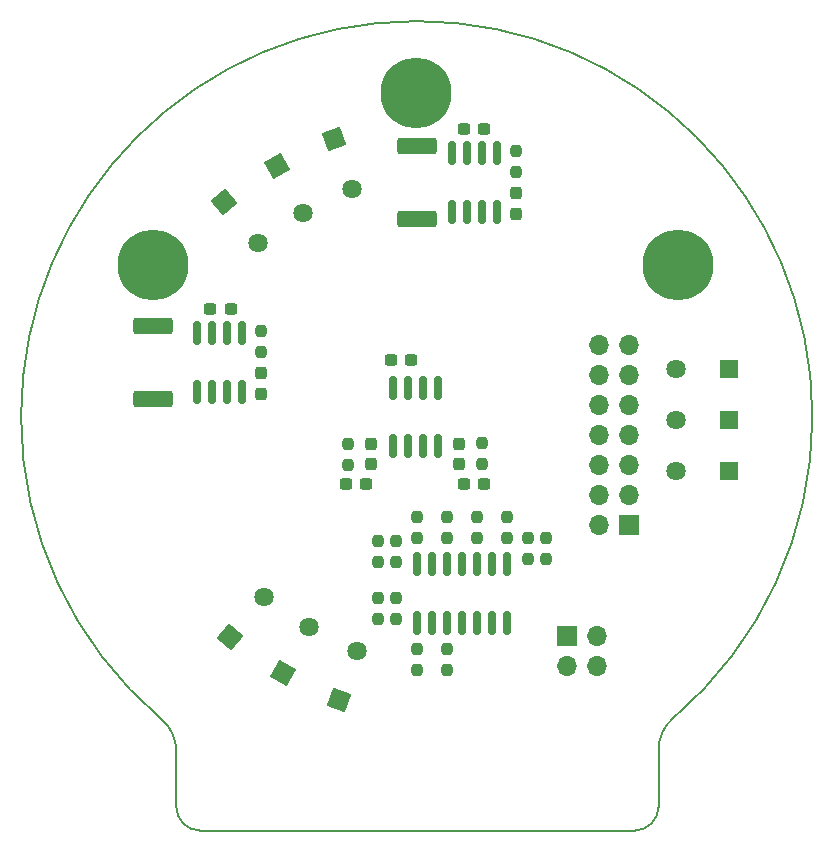
<source format=gbr>
%TF.GenerationSoftware,KiCad,Pcbnew,7.0.6*%
%TF.CreationDate,2024-03-18T21:18:52+03:00*%
%TF.ProjectId,_____ ________,1f3b3042-3020-4343-9042-47383a3e322e,rev?*%
%TF.SameCoordinates,Original*%
%TF.FileFunction,Soldermask,Top*%
%TF.FilePolarity,Negative*%
%FSLAX46Y46*%
G04 Gerber Fmt 4.6, Leading zero omitted, Abs format (unit mm)*
G04 Created by KiCad (PCBNEW 7.0.6) date 2024-03-18 21:18:52*
%MOMM*%
%LPD*%
G01*
G04 APERTURE LIST*
G04 Aperture macros list*
%AMRoundRect*
0 Rectangle with rounded corners*
0 $1 Rounding radius*
0 $2 $3 $4 $5 $6 $7 $8 $9 X,Y pos of 4 corners*
0 Add a 4 corners polygon primitive as box body*
4,1,4,$2,$3,$4,$5,$6,$7,$8,$9,$2,$3,0*
0 Add four circle primitives for the rounded corners*
1,1,$1+$1,$2,$3*
1,1,$1+$1,$4,$5*
1,1,$1+$1,$6,$7*
1,1,$1+$1,$8,$9*
0 Add four rect primitives between the rounded corners*
20,1,$1+$1,$2,$3,$4,$5,0*
20,1,$1+$1,$4,$5,$6,$7,0*
20,1,$1+$1,$6,$7,$8,$9,0*
20,1,$1+$1,$8,$9,$2,$3,0*%
%AMRotRect*
0 Rectangle, with rotation*
0 The origin of the aperture is its center*
0 $1 length*
0 $2 width*
0 $3 Rotation angle, in degrees counterclockwise*
0 Add horizontal line*
21,1,$1,$2,0,0,$3*%
G04 Aperture macros list end*
%ADD10RoundRect,0.249999X-1.425001X0.450001X-1.425001X-0.450001X1.425001X-0.450001X1.425001X0.450001X0*%
%ADD11RoundRect,0.237500X0.237500X-0.250000X0.237500X0.250000X-0.237500X0.250000X-0.237500X-0.250000X0*%
%ADD12RotRect,1.635000X1.635000X290.000000*%
%ADD13C,1.635000*%
%ADD14RoundRect,0.237500X0.237500X-0.300000X0.237500X0.300000X-0.237500X0.300000X-0.237500X-0.300000X0*%
%ADD15RoundRect,0.237500X0.300000X0.237500X-0.300000X0.237500X-0.300000X-0.237500X0.300000X-0.237500X0*%
%ADD16C,6.000000*%
%ADD17RoundRect,0.237500X-0.300000X-0.237500X0.300000X-0.237500X0.300000X0.237500X-0.300000X0.237500X0*%
%ADD18RoundRect,0.237500X-0.237500X0.250000X-0.237500X-0.250000X0.237500X-0.250000X0.237500X0.250000X0*%
%ADD19RoundRect,0.150000X0.150000X-0.825000X0.150000X0.825000X-0.150000X0.825000X-0.150000X-0.825000X0*%
%ADD20RoundRect,0.237500X-0.237500X0.300000X-0.237500X-0.300000X0.237500X-0.300000X0.237500X0.300000X0*%
%ADD21RotRect,1.635000X1.635000X70.000000*%
%ADD22RotRect,1.635000X1.635000X300.000000*%
%ADD23R,1.635000X1.635000*%
%ADD24RotRect,1.635000X1.635000X60.000000*%
%ADD25RoundRect,0.150000X-0.150000X0.825000X-0.150000X-0.825000X0.150000X-0.825000X0.150000X0.825000X0*%
%ADD26RotRect,1.635000X1.635000X50.000000*%
%ADD27R,1.700000X1.700000*%
%ADD28O,1.700000X1.700000*%
%ADD29RotRect,1.635000X1.635000X310.000000*%
%TA.AperFunction,Profile*%
%ADD30C,0.200000*%
%TD*%
G04 APERTURE END LIST*
D10*
%TO.C,R5*%
X151892000Y-60450000D03*
X151892000Y-66550000D03*
%TD*%
D11*
%TO.C,R17*%
X148590000Y-100480500D03*
X148590000Y-98655500D03*
%TD*%
D12*
%TO.C,J13*%
X144872270Y-59835673D03*
D13*
X146411361Y-64064290D03*
%TD*%
D14*
%TO.C,C4*%
X155448000Y-87323000D03*
X155448000Y-85598000D03*
%TD*%
D15*
%TO.C,C8*%
X136091000Y-74168000D03*
X134366000Y-74168000D03*
%TD*%
D16*
%TO.C,J2*%
X151765000Y-55880000D03*
%TD*%
D17*
%TO.C,C1*%
X145822500Y-89050500D03*
X147547500Y-89050500D03*
%TD*%
D18*
%TO.C,R12*%
X151892000Y-91797500D03*
X151892000Y-93622500D03*
%TD*%
%TO.C,R10*%
X159512000Y-91797500D03*
X159512000Y-93622500D03*
%TD*%
D11*
%TO.C,R8*%
X138684000Y-77874500D03*
X138684000Y-76049500D03*
%TD*%
D16*
%TO.C,J3*%
X129540000Y-70485000D03*
%TD*%
D19*
%TO.C,U2*%
X154813000Y-65975000D03*
X156083000Y-65975000D03*
X157353000Y-65975000D03*
X158623000Y-65975000D03*
X158623000Y-61025000D03*
X157353000Y-61025000D03*
X156083000Y-61025000D03*
X154813000Y-61025000D03*
%TD*%
D18*
%TO.C,R16*%
X148590000Y-93829500D03*
X148590000Y-95654500D03*
%TD*%
%TO.C,R20*%
X150114000Y-98655500D03*
X150114000Y-100480500D03*
%TD*%
%TO.C,R11*%
X154432000Y-91797500D03*
X154432000Y-93622500D03*
%TD*%
D20*
%TO.C,C7*%
X160274000Y-64415500D03*
X160274000Y-66140500D03*
%TD*%
D18*
%TO.C,R18*%
X162814000Y-93575500D03*
X162814000Y-95400500D03*
%TD*%
D20*
%TO.C,C3*%
X147955000Y-85648000D03*
X147955000Y-87373000D03*
%TD*%
D21*
%TO.C,J7*%
X145272909Y-107352617D03*
D13*
X146812000Y-103124000D03*
%TD*%
D22*
%TO.C,J12*%
X139990000Y-62142886D03*
D13*
X142240000Y-66040000D03*
%TD*%
D11*
%TO.C,R19*%
X161290000Y-95400500D03*
X161290000Y-93575500D03*
%TD*%
D19*
%TO.C,U3*%
X133223000Y-81215000D03*
X134493000Y-81215000D03*
X135763000Y-81215000D03*
X137033000Y-81215000D03*
X137033000Y-76265000D03*
X135763000Y-76265000D03*
X134493000Y-76265000D03*
X133223000Y-76265000D03*
%TD*%
D23*
%TO.C,J6*%
X178272000Y-79248000D03*
D13*
X173772000Y-79248000D03*
%TD*%
D11*
%TO.C,R2*%
X157353000Y-87373000D03*
X157353000Y-85548000D03*
%TD*%
D16*
%TO.C,J1*%
X173990000Y-70485000D03*
%TD*%
D24*
%TO.C,J10*%
X140498000Y-104989114D03*
D13*
X142748000Y-101092000D03*
%TD*%
D23*
%TO.C,J5*%
X178272000Y-83566000D03*
D13*
X173772000Y-83566000D03*
%TD*%
D25*
%TO.C,U4*%
X159512000Y-95823000D03*
X158242000Y-95823000D03*
X156972000Y-95823000D03*
X155702000Y-95823000D03*
X154432000Y-95823000D03*
X153162000Y-95823000D03*
X151892000Y-95823000D03*
X151892000Y-100773000D03*
X153162000Y-100773000D03*
X154432000Y-100773000D03*
X155702000Y-100773000D03*
X156972000Y-100773000D03*
X158242000Y-100773000D03*
X159512000Y-100773000D03*
%TD*%
D11*
%TO.C,R6*%
X160274000Y-62634500D03*
X160274000Y-60809500D03*
%TD*%
D18*
%TO.C,R9*%
X156972000Y-91797500D03*
X156972000Y-93622500D03*
%TD*%
D26*
%TO.C,J11*%
X136045456Y-101999200D03*
D13*
X138938000Y-98552000D03*
%TD*%
D11*
%TO.C,R14*%
X151892000Y-104798500D03*
X151892000Y-102973500D03*
%TD*%
D27*
%TO.C,J8*%
X164540000Y-101874000D03*
D28*
X167080000Y-101874000D03*
X164540000Y-104414000D03*
X167080000Y-104414000D03*
%TD*%
D11*
%TO.C,R13*%
X154432000Y-104798500D03*
X154432000Y-102973500D03*
%TD*%
%TO.C,R1*%
X146050000Y-87423000D03*
X146050000Y-85598000D03*
%TD*%
D10*
%TO.C,R7*%
X129540000Y-75690000D03*
X129540000Y-81790000D03*
%TD*%
D29*
%TO.C,J14*%
X135537456Y-65132800D03*
D13*
X138430000Y-68580000D03*
%TD*%
D17*
%TO.C,C2*%
X155855500Y-89000500D03*
X157580500Y-89000500D03*
%TD*%
D15*
%TO.C,C6*%
X157580500Y-58928000D03*
X155855500Y-58928000D03*
%TD*%
D23*
%TO.C,J9*%
X178272000Y-87884000D03*
D13*
X173772000Y-87884000D03*
%TD*%
D19*
%TO.C,D1*%
X149859712Y-85812789D03*
X151129712Y-85812789D03*
X152399712Y-85812789D03*
X153669712Y-85812789D03*
X153669712Y-80862789D03*
X152399712Y-80862789D03*
X151129712Y-80862789D03*
X149859712Y-80862789D03*
%TD*%
D11*
%TO.C,R15*%
X150114000Y-95654500D03*
X150114000Y-93829500D03*
%TD*%
D17*
%TO.C,C5*%
X149632500Y-78486000D03*
X151357500Y-78486000D03*
%TD*%
D20*
%TO.C,C9*%
X138684000Y-79655500D03*
X138684000Y-81380500D03*
%TD*%
D27*
%TO.C,J4*%
X169784000Y-92456000D03*
D28*
X167244000Y-92456000D03*
X169784000Y-89916000D03*
X167244000Y-89916000D03*
X169784000Y-87376000D03*
X167244000Y-87376000D03*
X169784000Y-84836000D03*
X167244000Y-84836000D03*
X169784000Y-82296000D03*
X167244000Y-82296000D03*
X169784000Y-79756000D03*
X167244000Y-79756000D03*
X169784000Y-77216000D03*
X167244000Y-77216000D03*
%TD*%
D30*
X131487619Y-111618347D02*
X131487619Y-116332000D01*
X172325073Y-111516254D02*
X172325073Y-116332000D01*
X131487653Y-111618347D02*
G75*
G03*
X130245370Y-108940051I-3505153J1447D01*
G01*
X131487598Y-116332000D02*
G75*
G03*
X133519619Y-118364002I2032002J0D01*
G01*
X170293071Y-118364000D02*
X133519619Y-118364002D01*
X170293071Y-118363973D02*
G75*
G03*
X172325073Y-116332000I29J2031973D01*
G01*
X173557146Y-108850261D02*
G75*
G03*
X172325073Y-111516254I2268654J-2666139D01*
G01*
X173557135Y-108850249D02*
G75*
G03*
X185348262Y-83336046I-21708895J25514219D01*
G01*
X185348262Y-83336046D02*
G75*
G03*
X118348262Y-83336046I-33500000J0D01*
G01*
X118348265Y-83336046D02*
G75*
G03*
X130245370Y-108940051I33499975J-14D01*
G01*
M02*

</source>
